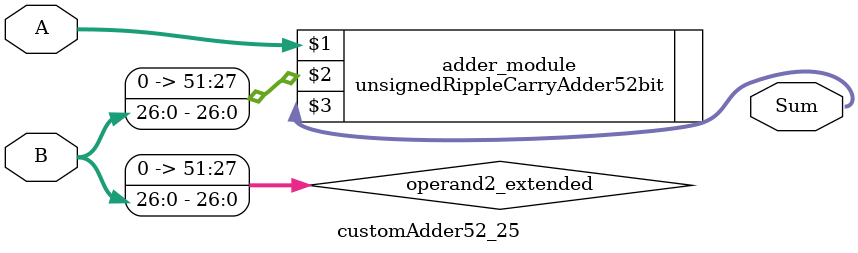
<source format=v>
module customAdder52_25(
                        input [51 : 0] A,
                        input [26 : 0] B,
                        
                        output [52 : 0] Sum
                );

        wire [51 : 0] operand2_extended;
        
        assign operand2_extended =  {25'b0, B};
        
        unsignedRippleCarryAdder52bit adder_module(
            A,
            operand2_extended,
            Sum
        );
        
        endmodule
        
</source>
